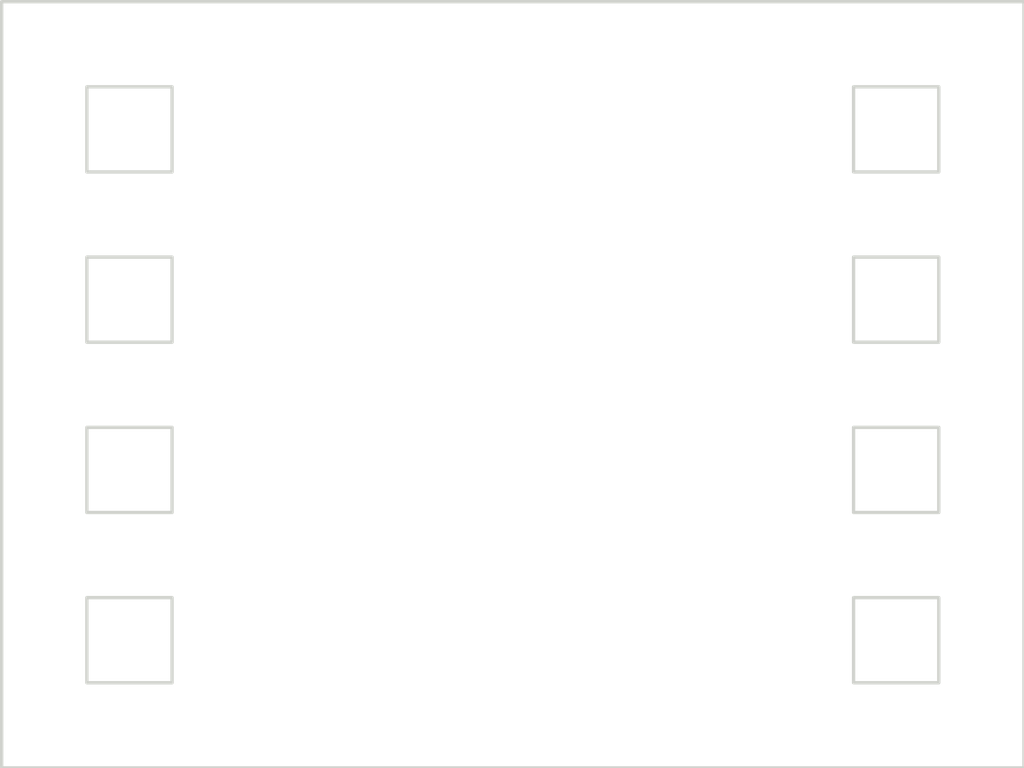
<source format=kicad_pcb>
(kicad_pcb
	(version 20231014)
	(generator pcbnew)
	(general
		(thickness 1.6)
		(legacy_teardrops no)
	)
	(paper "A4")
	(layers
		(0 "F.Cu" signal)
		(31 "B.Cu" signal)
		(32 "B.Adhes" user "B.Adhesive")
		(33 "F.Adhes" user "F.Adhesive")
		(34 "B.Paste" user)
		(35 "F.Paste" user)
		(36 "B.SilkS" user "B.Silkscreen")
		(37 "F.SilkS" user "F.Silkscreen")
		(38 "B.Mask" user)
		(39 "F.Mask" user)
		(40 "Dwgs.User" user "User.Drawings")
		(41 "Cmts.User" user "User.Comments")
		(42 "Eco1.User" user "User.Eco1")
		(43 "Eco2.User" user "User.Eco2")
		(44 "Edge.Cuts" user)
		(45 "Margin" user)
		(46 "B.CrtYd" user "B.Courtyard")
		(47 "F.CrtYd" user "F.Courtyard")
		(48 "B.Fab" user)
		(49 "F.Fab" user)
		(50 "User.1" user)
		(51 "User.2" user)
		(52 "User.3" user)
		(53 "User.4" user)
		(54 "User.5" user)
		(55 "User.6" user)
		(56 "User.7" user)
		(57 "User.8" user)
		(58 "User.9" user)
	)
	(setup
		(pad_to_mask_clearance 0)
		(allow_soldermask_bridges_in_footprints no)
		(pcbplotparams
			(layerselection 0x00010fc_ffffffff)
			(plot_on_all_layers_selection 0x0000000_00000000)
			(disableapertmacros no)
			(usegerberextensions no)
			(usegerberattributes yes)
			(usegerberadvancedattributes yes)
			(creategerberjobfile yes)
			(dashed_line_dash_ratio 12.000000)
			(dashed_line_gap_ratio 3.000000)
			(svgprecision 4)
			(plotframeref no)
			(viasonmask no)
			(mode 1)
			(useauxorigin no)
			(hpglpennumber 1)
			(hpglpenspeed 20)
			(hpglpendiameter 15.000000)
			(pdf_front_fp_property_popups yes)
			(pdf_back_fp_property_popups yes)
			(dxfpolygonmode yes)
			(dxfimperialunits yes)
			(dxfusepcbnewfont yes)
			(psnegative no)
			(psa4output no)
			(plotreference yes)
			(plotvalue yes)
			(plotfptext yes)
			(plotinvisibletext no)
			(sketchpadsonfab no)
			(subtractmaskfromsilk no)
			(outputformat 1)
			(mirror no)
			(drillshape 1)
			(scaleselection 1)
			(outputdirectory "")
		)
	)
	(net 0 "")
	(gr_rect
		(start 142.24 88.9)
		(end 143.51 90.17)
		(stroke
			(width 0.05)
			(type default)
		)
		(fill none)
		(layer "Edge.Cuts")
		(uuid "16baef1d-04a3-4f4a-8880-8a0675489673")
	)
	(gr_rect
		(start 140.97 87.63)
		(end 156.21 99.06)
		(stroke
			(width 0.05)
			(type default)
		)
		(fill none)
		(layer "Edge.Cuts")
		(uuid "4cacc7e6-4a75-4a10-b7af-5b754b440395")
	)
	(gr_rect
		(start 142.24 96.52)
		(end 143.51 97.79)
		(stroke
			(width 0.05)
			(type default)
		)
		(fill none)
		(layer "Edge.Cuts")
		(uuid "6de1afbb-ac41-4ea5-8cc4-b054a5e5fb0d")
	)
	(gr_rect
		(start 142.24 91.44)
		(end 143.51 92.71)
		(stroke
			(width 0.05)
			(type default)
		)
		(fill none)
		(layer "Edge.Cuts")
		(uuid "7ee0cdbc-c1c4-4512-a0d5-989b2eabf959")
	)
	(gr_rect
		(start 153.67 93.98)
		(end 154.94 95.25)
		(stroke
			(width 0.05)
			(type default)
		)
		(fill none)
		(layer "Edge.Cuts")
		(uuid "85402e04-a27f-4b2f-8d1c-bb7286ec8e18")
	)
	(gr_rect
		(start 153.67 96.52)
		(end 154.94 97.79)
		(stroke
			(width 0.05)
			(type default)
		)
		(fill none)
		(layer "Edge.Cuts")
		(uuid "c8bfbb9e-f4f5-4989-a83e-83f54ffaac3d")
	)
	(gr_rect
		(start 153.67 91.44)
		(end 154.94 92.71)
		(stroke
			(width 0.05)
			(type default)
		)
		(fill none)
		(layer "Edge.Cuts")
		(uuid "d26b4361-04bf-4822-9118-fae9bb6dcbe6")
	)
	(gr_rect
		(start 153.67 88.9)
		(end 154.94 90.17)
		(stroke
			(width 0.05)
			(type default)
		)
		(fill none)
		(layer "Edge.Cuts")
		(uuid "e2573c52-72ff-4e6d-b78d-9c4aeb0876a0")
	)
	(gr_rect
		(start 142.24 93.98)
		(end 143.51 95.25)
		(stroke
			(width 0.05)
			(type default)
		)
		(fill none)
		(layer "Edge.Cuts")
		(uuid "f8376e5d-27d2-43e8-ba5c-b3a8e26409b2")
	)
	(image
		(at 148.59 93.345)
		(layer "F.Cu")
		(data iVBORw0KGgoAAAANSUhEUgAAADAAAAAwCAYAAABXAvmHAAAI1ElEQVRo3t1ae4xVxR3+fjPn7kPo
			Liu4sChSHyDsIlTbBhueCi0PJdBWkGAtLdaEuliqUoVYCqVpQUsb5A+DCalNFRJJSyopu7S8XP2j
			NLX1yapbuytSRcobFvZ1Zn79Y86ZM3PuvdxLShroSSYzZ86Zme/7fo8z554LXOYHne/i8PE76ing
			+ynAMJYohSABEBgiGmqGs52GCkzLXk3eOYOgTb9iZuZuCrmVQ/FCc9OUNQDpogkMH9c4V5RiA0pQ
			yRYoRUCFA5o80OydIy8JShEBtNcXE4n7qZs70ENL32matr4ggbrxDeu4nBaTgFU6Ae6A5DTgXAQo
			BdQlwP45cepaTMTUzAA69I7mpjun5SVQO77x59QLS2LAvuLCAZ7q81wpnxtxHgu4ijOIdIpIbB1T
			8zlsa26aNjOLwLCxDTPEFbQNwlXbqZlyWATOfa4V8hPIVl+n3CjqI98CMRkwQ3RicexO8coQJbSx
			OPAiso4AQ0ZFgBE454VK4MwjvTnNGhLMwhSnHxAAEXQGT2L2bGkJDP3SH2dRBtXgyEU4Aq0FoONz
			AWaZquO29Nrm3C9JfxDNF1/LNTfZ+aF9TGABSCobfmjBMksgCPRDbMETwDDgXTJpchaEvzhHIBOw
			btsH7M6RPTdgBbVCku0XkuclLiR5JNy0yG6KpMR8qXM/O0nTlyLhg5fWbdw5BIAnR2/Dn8ctxr7x
			i7Fx8ksozcBbj9N4JK63kVZ7x45OSFEKkPW7xCcToHn7WeQgJLw06gaizSqkQVDYM+YRDDq+xwv5
			0wNGY2zTWnRrRGO1H9xac/PuqYIAoG5SY8hCSj9gDdAl9w9EnwoDhojA2sDpDoGuLsYL28/hwMfs
			BThI4LEFvaO0mE2CiPF2Sw8aXmnHwhu2Y0nJ0pyPvD1XL8eDu77iZCPlZCeN5p1TpCFwe2PIUkpj
			AWnBMAQenDcAd000IISQkFJASgkhBI6eJMyqP5Zlof79AjQ8W2WSGgBmBrNJkVozXn+3B99ffQKd
			nRq/G/1DjGr/fU4CR2omYdzulaBYfTBAOiGwa4oUXppmAMy2Tcx4afdJEBGEEBH4AFIGCIIAHxww
			eZmiccQMYo35s65AJpCQMilBICGExPttjPofn0BnBwPMCDmTd9OhKOPgSjC5jxKBNANyRwCHDncB
			SIC7oD49qj3/JCjU3hhg3l2f8e4zJcCRE8BDPzkKpdiOef6jO/IS2Nv5ZW9rAW+bwQ4BR3nDkG3N
			WkcEhAdICIkzZzXAGsQaxAq9yoBfLKtGaYmAEH7p6CLUr/w3Tp0OQaxAbMY2HBqNvWXfzgLfMmAO
			Vr3yRQdLBNT1EtcC5NvJC7oEeOL/Qggwm70LkQKgseax/rjumlIQkXU7IUwCWLHuMFoPdJhAhAKR
			ivY9Ggtf+y4WHnoGr5bNw196zcUTZ57GzF2L/OxF2gnmZHPoxYBRha06cVtIASIBIWQUC6aG5khN
			hfpv9MXkMRXmsRIRjols2HQMf2o6YZUnaDsuXuvlo5/DA39dhPn7FmHrh7c4ONhaOelLYsBkoQmN
			IQgy4RLl8ii/79w8HGWlJgaEEAgCUz/93CE89+Jh3Pb5Smz46Y3IZIweSeoEdr56At9b0ZZjY2fK
			1AmVGHFTeRJLlMTH1sbjaP2ow9mh+u80+1+e6mQhb4+tkwcNKQgRW0BEbbLpccBVAZ5a9llkMsIq
			HpcPDnRi6ZpWIHYbhFFRthw+0oW5M67E3dOr8NUpfTBjUgWmT+yNyWPKccO1JXnB+y6UI9BNSlQA
			awhKgMc1ESEjgfWrhqBvVYkHnJlx+kyIRU+8j45zPY67xCW07Tf3nwJAnjixWNGmzHcbP0lCFH5p
			1l5QxuoLIfDNu2tQN7S35zIAoDXw8Mr3cPDjdk/txBK+NXpCZK1BRMbnvbe5C7CAZ414QvjtqspM
			Vh8RYe2GVux77Vhe1ZGyiMlmlBKCUBBbsQTSgZn2dff4w85P8fyWNhB6ItChaVvFQ8caOqqz57Tz
			FkWgkBtRNgmzt4H1+bh98lRX4jYUmuK4UVLipzfnECdZs9BRlAWYc5FKMpEL4N6vD8btY6oLW/U8
			FjYpvLhxInqfLhgDWb/uOKzcNhGw6vERuOrK0gsiwJz66YUuhEDBg3O6zrHjXTnvrupTgtXLR0KI
			Iv0A/rab81j9v3KhZE+ftDf/9iD+8c8zWQAA4LYv9MWCedcVZQGttTc3kMxzUSzgTuou1N2j8YOV
			b6GjQ6VcwFxf9J0huHVkVVE/0Sbqs6M+F2kBFFZIa04tYt7DWtvO4pfPtHjuFddSAqt/dDMqemWK
			igFmHb216ahNF+c5wMwRCW3bNr0y8OLWg9i193AWQWbGwAHlWPF4bYE1tL3fCGXWguaL40Iu8GQh
			7WWn5T/bj399cs4DH4+dPLEas2ddk39+ZiiloDVniXRRgjhRX0cLRQohUejs2RBLV7yDrm6V0xKP
			1A/BkOt7nyeINbRWUdEJgYsTxNrGganNIuks+XbzKfx604dWQZdsSQZYs6IOmUx2atWO+kpphKEq
			OvUWtIAUBCJjYqVCu4jWGtX9SrLuf/ZXbWg70O6pH5O4dlAZVi0bnjVGiHh+5QQwUJIRxVogf7AM
			HlSGMOyx4GP1lVIYWJNNQIWMzVsOWtBuUUph4rgqPDB/sL2/vExa11RKQ6kweSBWBsURYKaefCZa
			cF9/MDPCUEUlRBiGUEph2NByXD2wPGvMey3tVlG3xCTunVONOV+rAQDcd08NtDbWDUMfxoSxvc+3
			OWCAtHknvrXxCAT6XU5fJ5nR1fy3aWUi2sv9/bL7vMpocXajav0FbX8viUKbvA9Ztbc0fkKEmsvD
			f3B2/+tTKwDSInna8reK2TxdAr4P1ng0/vDtf2YdtX01Cbn0UibCTFua35h6T94P3bWjGtZC0KN0
			CSoP1jua3zzPh+74uOnm7TOloI1E1O8SAd/OrB9+9607N17Qnz3qRjbOZ2AhgBFEKGdA0v9AafMh
			izoYaCHBv9n/xvR1+H89/gO9Jf8AdgrwhQAAAABJRU5ErkJggg==
		)
	)
	(group ""
		(id "341a7559-d258-493a-87dc-f6c4b095509d")
		(members "85402e04-a27f-4b2f-8d1c-bb7286ec8e18" "c8bfbb9e-f4f5-4989-a83e-83f54ffaac3d"
			"d26b4361-04bf-4822-9118-fae9bb6dcbe6" "e2573c52-72ff-4e6d-b78d-9c4aeb0876a0"
		)
	)
	(group ""
		(id "b2069c54-f5f7-4dc5-9f12-98f292c334e3")
		(members "341a7559-d258-493a-87dc-f6c4b095509d" "bcad4640-c8e1-4ef4-96ca-ca8cc3e1742d")
	)
	(group ""
		(id "bcad4640-c8e1-4ef4-96ca-ca8cc3e1742d")
		(members "16baef1d-04a3-4f4a-8880-8a0675489673" "6de1afbb-ac41-4ea5-8cc4-b054a5e5fb0d"
			"7ee0cdbc-c1c4-4512-a0d5-989b2eabf959" "f8376e5d-27d2-43e8-ba5c-b3a8e26409b2"
		)
	)
)
</source>
